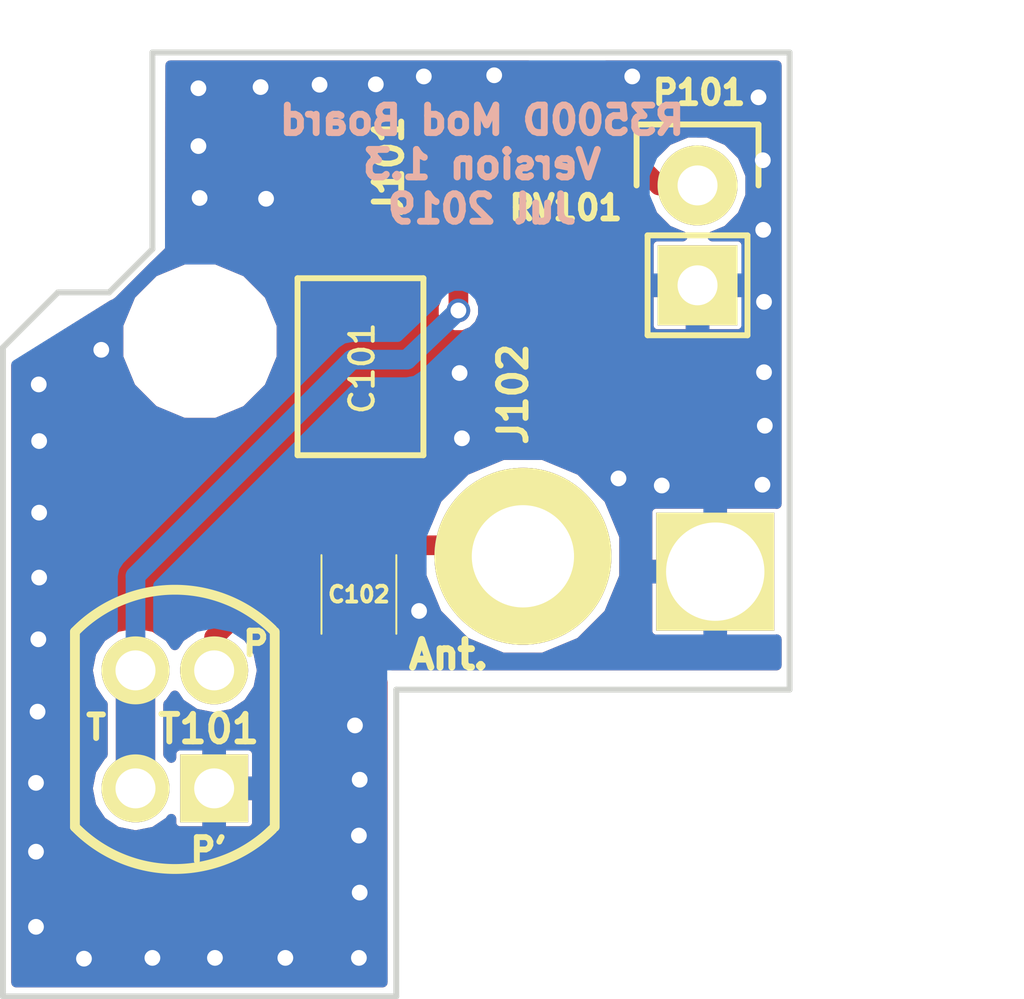
<source format=kicad_pcb>
(kicad_pcb (version 4) (host pcbnew 4.0.6)

  (general
    (links 16)
    (no_connects 0)
    (area 106.924999 93.924999 127.075001 118.075001)
    (thickness 1.6)
    (drawings 13)
    (tracks 159)
    (zones 0)
    (modules 9)
    (nets 6)
  )

  (page A4)
  (layers
    (0 F.Cu signal)
    (31 B.Cu signal)
    (32 B.Adhes user)
    (33 F.Adhes user)
    (34 B.Paste user)
    (35 F.Paste user)
    (36 B.SilkS user)
    (37 F.SilkS user)
    (38 B.Mask user)
    (39 F.Mask user)
    (40 Dwgs.User user)
    (41 Cmts.User user)
    (42 Eco1.User user)
    (43 Eco2.User user)
    (44 Edge.Cuts user)
    (45 Margin user)
    (46 B.CrtYd user)
    (47 F.CrtYd user)
    (48 B.Fab user)
    (49 F.Fab user)
  )

  (setup
    (last_trace_width 0.25)
    (user_trace_width 0.35)
    (user_trace_width 0.5)
    (user_trace_width 0.75)
    (user_trace_width 1)
    (trace_clearance 0.2)
    (zone_clearance 0.127)
    (zone_45_only yes)
    (trace_min 0.2)
    (segment_width 0.2)
    (edge_width 0.15)
    (via_size 0.6)
    (via_drill 0.4)
    (via_min_size 0.4)
    (via_min_drill 0.3)
    (user_via 0.7 0.5)
    (user_via 0.9 0.7)
    (user_via 1 0.8)
    (user_via 1.25 0.9)
    (uvia_size 0.3)
    (uvia_drill 0.1)
    (uvias_allowed no)
    (uvia_min_size 0.2)
    (uvia_min_drill 0.1)
    (pcb_text_width 0.3)
    (pcb_text_size 1.5 1.5)
    (mod_edge_width 0.15)
    (mod_text_size 1 1)
    (mod_text_width 0.15)
    (pad_size 2.8 2.8)
    (pad_drill 2.5)
    (pad_to_mask_clearance 0.2)
    (aux_axis_origin 107 118)
    (visible_elements FFFEFF7F)
    (pcbplotparams
      (layerselection 0x00030_80000001)
      (usegerberextensions false)
      (excludeedgelayer true)
      (linewidth 0.100000)
      (plotframeref false)
      (viasonmask false)
      (mode 1)
      (useauxorigin false)
      (hpglpennumber 1)
      (hpglpenspeed 20)
      (hpglpendiameter 15)
      (hpglpenoverlay 2)
      (psnegative false)
      (psa4output false)
      (plotreference true)
      (plotvalue true)
      (plotinvisibletext false)
      (padsonsilk false)
      (subtractmaskfromsilk false)
      (outputformat 1)
      (mirror false)
      (drillshape 1)
      (scaleselection 1)
      (outputdirectory ""))
  )

  (net 0 "")
  (net 1 "Net-(ANT101-Pad1)")
  (net 2 GND)
  (net 3 "Net-(J101-Pad1)")
  (net 4 "Net-(J101-Pad2)")
  (net 5 "Net-(J102-Pad2)")

  (net_class Default "This is the default net class."
    (clearance 0.2)
    (trace_width 0.25)
    (via_dia 0.6)
    (via_drill 0.4)
    (uvia_dia 0.3)
    (uvia_drill 0.1)
    (add_net GND)
    (add_net "Net-(ANT101-Pad1)")
    (add_net "Net-(J101-Pad1)")
    (add_net "Net-(J101-Pad2)")
    (add_net "Net-(J102-Pad2)")
  )

  (net_class "0.350 mm" ""
    (clearance 0.2)
    (trace_width 0.35)
    (via_dia 0.7)
    (via_drill 0.5)
    (uvia_dia 0.3)
    (uvia_drill 0.1)
  )

  (net_class "0.500 mm" ""
    (clearance 0.2)
    (trace_width 0.5)
    (via_dia 0.9)
    (via_drill 0.7)
    (uvia_dia 0.3)
    (uvia_drill 0.1)
  )

  (net_class "0.750 mm" ""
    (clearance 0.2)
    (trace_width 0.75)
    (via_dia 1)
    (via_drill 0.8)
    (uvia_dia 0.3)
    (uvia_drill 0.1)
  )

  (net_class "1.0 mm" ""
    (clearance 0.2)
    (trace_width 1)
    (via_dia 1.25)
    (via_drill 0.9)
    (uvia_dia 0.3)
    (uvia_drill 0.1)
  )

  (module Wire_Connections_Bridges:WireConnection_2.50mmDrill locked (layer F.Cu) (tedit 5D1FF36C) (tstamp 5D039272)
    (at 120.06 106.81)
    (descr "WireConnection with 2.5mm drill")
    (path /5CEC4AA9)
    (fp_text reference ANT101 (at 4.8514 0.2032) (layer F.SilkS) hide
      (effects (font (size 1 1) (thickness 0.15)))
    )
    (fp_text value Whip (at 5.08 3.81) (layer F.Fab)
      (effects (font (size 1 1) (thickness 0.15)))
    )
    (pad 1 thru_hole circle (at 0.16 0) (size 4.5 4.5) (drill 2.6) (layers *.Cu *.Mask F.SilkS)
      (net 1 "Net-(ANT101-Pad1)"))
    (pad 2 thru_hole rect (at 5.05 0.39) (size 3 3) (drill 2.5) (layers *.Cu *.Mask F.SilkS)
      (net 2 GND))
  )

  (module Mounting_Holes:MountingHole_3-7mm locked (layer F.Cu) (tedit 5CFD9996) (tstamp 5CEFF138)
    (at 112.01 101.34)
    (descr "Mounting hole, Befestigungsbohrung, 3,7mm, No Annular, Kein Restring,")
    (tags "Mounting hole, Befestigungsbohrung, 3,7mm, No Annular, Kein Restring,")
    (fp_text reference REF** (at 0.05 -0.05) (layer F.SilkS) hide
      (effects (font (size 1 1) (thickness 0.15)))
    )
    (fp_text value MountingHole_3-7mm (at 1.27 5.08) (layer F.Fab) hide
      (effects (font (size 1 1) (thickness 0.15)))
    )
    (fp_circle (center 0 0) (end 1.75 0) (layer Cmts.User) (width 0.381))
    (pad "" np_thru_hole circle (at 0 0) (size 3.5 3.5) (drill 3.5) (layers *.Cu *.Mask))
  )

  (module Pin_Headers:Pin_Header_Straight_1x02 (layer F.Cu) (tedit 5D0ED4FC) (tstamp 5CED761A)
    (at 124.66 97.38)
    (descr "Through hole pin header")
    (tags "pin header")
    (path /5CEB258F)
    (fp_text reference P101 (at 0.04 -2.36 180) (layer F.SilkS)
      (effects (font (size 0.6 0.6) (thickness 0.15)))
    )
    (fp_text value "To Sense Switch (S1)" (at 0 -3.1) (layer F.Fab)
      (effects (font (size 1 1) (thickness 0.15)))
    )
    (fp_line (start 1.27 1.27) (end 1.27 3.81) (layer F.SilkS) (width 0.15))
    (fp_line (start 1.55 -1.55) (end 1.55 0) (layer F.SilkS) (width 0.15))
    (fp_line (start -1.75 -1.75) (end -1.75 4.3) (layer F.CrtYd) (width 0.05))
    (fp_line (start 1.75 -1.75) (end 1.75 4.3) (layer F.CrtYd) (width 0.05))
    (fp_line (start -1.75 -1.75) (end 1.75 -1.75) (layer F.CrtYd) (width 0.05))
    (fp_line (start -1.75 4.3) (end 1.75 4.3) (layer F.CrtYd) (width 0.05))
    (fp_line (start 1.27 1.27) (end -1.27 1.27) (layer F.SilkS) (width 0.15))
    (fp_line (start -1.55 0) (end -1.55 -1.55) (layer F.SilkS) (width 0.15))
    (fp_line (start -1.55 -1.55) (end 1.55 -1.55) (layer F.SilkS) (width 0.15))
    (fp_line (start -1.27 1.27) (end -1.27 3.81) (layer F.SilkS) (width 0.15))
    (fp_line (start -1.27 3.81) (end 1.27 3.81) (layer F.SilkS) (width 0.15))
    (pad 1 thru_hole circle (at 0 0) (size 2.032 2.032) (drill 1.016) (layers *.Cu *.Mask F.SilkS)
      (net 3 "Net-(J101-Pad1)"))
    (pad 2 thru_hole rect (at 0 2.54) (size 2.032 2.032) (drill 1.016) (layers *.Cu *.Mask F.SilkS)
      (net 2 GND))
    (model Pin_Headers.3dshapes/Pin_Header_Straight_1x02.wrl
      (at (xyz 0 -0.05 0))
      (scale (xyz 1 1 1))
      (rotate (xyz 0 0 90))
    )
  )

  (module Capacitors_SMD:C_0805_HandSoldering (layer F.Cu) (tedit 5D0EB8A9) (tstamp 5CED75FB)
    (at 116.05 107.78 270)
    (descr "Capacitor SMD 0805, hand soldering")
    (tags "capacitor 0805")
    (path /5CEB245B)
    (attr smd)
    (fp_text reference C102 (at 0 0 360) (layer F.SilkS)
      (effects (font (size 0.4 0.4) (thickness 0.1)))
    )
    (fp_text value 10pF (at 0 2.1 270) (layer F.Fab)
      (effects (font (size 1 1) (thickness 0.15)))
    )
    (fp_line (start -2.3 -1) (end 2.3 -1) (layer F.CrtYd) (width 0.05))
    (fp_line (start -2.3 1) (end 2.3 1) (layer F.CrtYd) (width 0.05))
    (fp_line (start -2.3 -1) (end -2.3 1) (layer F.CrtYd) (width 0.05))
    (fp_line (start 2.3 -1) (end 2.3 1) (layer F.CrtYd) (width 0.05))
    (fp_line (start 1 -0.9516) (end -1 -0.9516) (layer F.SilkS) (width 0.05))
    (fp_line (start -1 0.9516) (end 1 0.9516) (layer F.SilkS) (width 0.05))
    (pad 1 smd rect (at -1.25 0 270) (size 1.5 1.25) (layers F.Cu F.Paste F.Mask)
      (net 1 "Net-(ANT101-Pad1)"))
    (pad 2 smd rect (at 1.25 0 270) (size 1.5 1.25) (layers F.Cu F.Paste F.Mask)
      (net 2 GND))
    (model Capacitors_SMD.3dshapes/C_0805_HandSoldering.wrl
      (at (xyz 0 0 0))
      (scale (xyz 1 1 1))
      (rotate (xyz 0 0 0))
    )
  )

  (module Capacitors_SMD:KNOWLES-JZ500_Handsolder (layer F.Cu) (tedit 5D0EB88F) (tstamp 5CED7609)
    (at 116.09 101.99 90)
    (path /5CEB24A3)
    (fp_text reference C101 (at -0.04 0.04 90) (layer F.SilkS)
      (effects (font (size 0.6 0.6) (thickness 0.1)))
    )
    (fp_text value 5.5-30pF (at 0 2.54 90) (layer F.SilkS) hide
      (effects (font (size 0.6 0.6) (thickness 0.1)))
    )
    (fp_line (start -2.25 -1.6) (end -2.25 1.6) (layer F.SilkS) (width 0.15))
    (fp_line (start 2.25 -1.6) (end 2.25 1.6) (layer F.SilkS) (width 0.15))
    (fp_line (start 2.25 -1.6) (end -2.25 -1.6) (layer F.SilkS) (width 0.15))
    (fp_line (start -2.25 1.6) (end 2.25 1.6) (layer F.SilkS) (width 0.15))
    (fp_line (start -3.5 -1.85) (end 3.5 -1.85) (layer F.CrtYd) (width 0.1))
    (fp_line (start 3.5 -1.85) (end 3.5 1.85) (layer F.CrtYd) (width 0.1))
    (fp_line (start 3.5 1.85) (end -3.5 1.85) (layer F.CrtYd) (width 0.1))
    (fp_line (start -3.5 1.85) (end -3.5 -1.85) (layer F.CrtYd) (width 0.1))
    (pad 1 smd rect (at -2.4 0 90) (size 1.9 1.5) (layers F.Cu F.Paste F.Mask)
      (net 1 "Net-(ANT101-Pad1)"))
    (pad 2 smd rect (at 2.4 0 90) (size 1.9 1.5) (layers F.Cu F.Paste F.Mask)
      (net 2 GND))
  )

  (module Potentiometers:Bourn_TC33_Handsolder (layer F.Cu) (tedit 5CEC1E87) (tstamp 5CED7638)
    (at 121.35 97.8)
    (path /5CEB4FB7)
    (fp_text reference RV101 (at -0.04 0.15) (layer F.SilkS)
      (effects (font (size 0.6 0.6) (thickness 0.15)))
    )
    (fp_text value 20k (at 0 2.794) (layer F.Fab)
      (effects (font (size 1 1) (thickness 0.15)))
    )
    (pad 2 smd rect (at 0 -1.95) (size 1.6 2.5) (layers F.Cu F.Paste F.Mask)
      (net 3 "Net-(J101-Pad1)"))
    (pad 1 smd rect (at -1 2.3) (size 1.2 2.2) (layers F.Cu F.Paste F.Mask)
      (net 5 "Net-(J102-Pad2)"))
    (pad 3 smd rect (at 1 2.3) (size 1.2 2.2) (layers F.Cu F.Paste F.Mask)
      (net 4 "Net-(J101-Pad2)"))
  )

  (module Oddities:BN-2402_Core_1tapped_winding (layer F.Cu) (tedit 5CEC1EEC) (tstamp 5CEE4F2F)
    (at 111.37 111.21 180)
    (descr "Through hole toroid")
    (tags toroid)
    (path /5CEB23BD)
    (fp_text reference T101 (at -0.86 0.01 180) (layer F.SilkS)
      (effects (font (size 0.7 0.7) (thickness 0.15)))
    )
    (fp_text value 48uH (at 0.3175 7.3914 180) (layer F.Fab)
      (effects (font (size 1 1) (thickness 0.15)))
    )
    (fp_line (start 2.54 2.48) (end 2.54 -2.48) (layer F.SilkS) (width 0.25))
    (fp_line (start -2.54 2.48) (end -2.54 -2.48) (layer F.SilkS) (width 0.25))
    (fp_arc (start 0 0) (end 2.54 2.48) (angle 90) (layer F.SilkS) (width 0.25))
    (fp_arc (start 0 0) (end -2.48 -2.54) (angle 90) (layer F.SilkS) (width 0.25))
    (fp_text user T (at 2 0.05 180) (layer F.SilkS)
      (effects (font (size 0.6 0.6) (thickness 0.15)))
    )
    (fp_text user P (at -2.06 2.18 180) (layer F.SilkS)
      (effects (font (size 0.6 0.6) (thickness 0.15)))
    )
    (fp_text user P' (at -0.86 -3.07 180) (layer F.SilkS)
      (effects (font (size 0.6 0.6) (thickness 0.15)))
    )
    (pad 3 smd rect (at 1 0 180) (size 1 3) (layers B.Cu B.Paste B.Mask)
      (net 4 "Net-(J101-Pad2)"))
    (pad 1 thru_hole rect (at -1 -1.5 180) (size 1.7272 1.7272) (drill 1.016) (layers *.Cu *.Mask F.SilkS)
      (net 2 GND))
    (pad 2 thru_hole oval (at -1 1.5 180) (size 1.7272 1.7272) (drill 1.016) (layers *.Cu *.Mask F.SilkS)
      (net 1 "Net-(ANT101-Pad1)"))
    (pad 3 thru_hole oval (at 1 -1.5 180) (size 1.7272 1.7272) (drill 1.016) (layers *.Cu *.Mask F.SilkS)
      (net 4 "Net-(J101-Pad2)"))
    (pad 3 thru_hole oval (at 1 1.5 180) (size 1.7272 1.7272) (drill 1.016) (layers *.Cu *.Mask F.SilkS)
      (net 4 "Net-(J101-Pad2)"))
    (pad 3 smd rect (at 1 0 180) (size 1 3) (layers F.Cu F.Paste F.Mask)
      (net 4 "Net-(J101-Pad2)"))
    (model Pin_Headers.3dshapes/Pin_Header_Straight_2x03.wrl
      (at (xyz 0.05 -0.1 0))
      (scale (xyz 1 1 1))
      (rotate (xyz 0 0 90))
    )
  )

  (module Wire_Connections_Bridges:Solder-Jumper-NO-SMD-Pad_Small (layer F.Cu) (tedit 5D0ED4EB) (tstamp 5D0EEEE0)
    (at 118.59 96.87 270)
    (descr "Mesurement Point, Square, SMD Pad,  1.5mm x 1.5mm,")
    (tags "Mesurement Point, Square, SMD Pad, 1.5mm x 1.5mm,")
    (path /5CEB51E7)
    (fp_text reference J101 (at 0.02 1.78 270) (layer F.SilkS)
      (effects (font (size 0.7 0.7) (thickness 0.15)))
    )
    (fp_text value Jumper_NO_Small (at 2.54 3.81 270) (layer F.Fab)
      (effects (font (size 1 1) (thickness 0.15)))
    )
    (pad 1 smd trapezoid (at -0.916 0 90) (size 1.50114 1.50114) (rect_delta 0.5 0 ) (layers F.Cu F.Paste F.Mask)
      (net 3 "Net-(J101-Pad1)"))
    (pad 2 smd trapezoid (at 0.916 0 270) (size 1.524 1.524) (rect_delta 0.5 0 ) (layers F.Cu F.Paste F.Mask)
      (net 4 "Net-(J101-Pad2)"))
  )

  (module Wire_Connections_Bridges:Solder-Jumper-NC-SMD-Pad_Small (layer F.Cu) (tedit 5D0ED66C) (tstamp 5CED7620)
    (at 122.33 102.9 180)
    (descr "Mesurement Point, Square, SMD Pad,  1.5mm x 1.5mm,")
    (tags "Mesurement Point, Square, SMD Pad, 1.5mm x 1.5mm,")
    (path /5D0ED14B)
    (fp_text reference J102 (at 2.36 0.21 270) (layer F.SilkS)
      (effects (font (size 0.7 0.7) (thickness 0.15)))
    )
    (fp_text value Jumper_NC_Small (at 2.54 3.81 180) (layer F.Fab)
      (effects (font (size 1 1) (thickness 0.15)))
    )
    (fp_line (start -1.016 0) (end 1.0922 0) (layer F.Cu) (width 0.2))
    (pad 1 smd trapezoid (at -0.916 0) (size 1.50114 1.50114) (rect_delta 0.5 0 ) (layers F.Cu F.Paste F.Mask)
      (net 2 GND))
    (pad 2 smd trapezoid (at 0.916 0 180) (size 1.524 1.524) (rect_delta 0.5 0 ) (layers F.Cu F.Paste F.Mask)
      (net 5 "Net-(J102-Pad2)"))
  )

  (gr_line (start 107 101.5) (end 108.4 100.1) (angle 90) (layer Edge.Cuts) (width 0.15))
  (gr_text Ant. (at 118.33 109.31) (layer F.SilkS)
    (effects (font (size 0.7 0.7) (thickness 0.175)))
  )
  (gr_line (start 109.7 100.1) (end 110.8 99) (angle 90) (layer Edge.Cuts) (width 0.15))
  (gr_text "R3500D Mod Board\nVersion 1.3\nJul 2019" (at 119.18 96.85) (layer B.SilkS)
    (effects (font (size 0.7 0.7) (thickness 0.175)) (justify mirror))
  )
  (gr_line (start 109.7 100.1) (end 108.4 100.1) (angle 90) (layer Edge.Cuts) (width 0.15))
  (gr_line (start 110.8 94) (end 110.8 99) (angle 90) (layer Edge.Cuts) (width 0.15))
  (gr_line (start 117 110.2) (end 127 110.2) (angle 90) (layer Edge.Cuts) (width 0.15))
  (gr_line (start 116.93 118) (end 116.97 118) (angle 90) (layer Edge.Cuts) (width 0.15))
  (gr_line (start 117 110.2) (end 117 118) (angle 90) (layer Edge.Cuts) (width 0.15))
  (gr_line (start 127 94) (end 110.8 94) (angle 90) (layer Edge.Cuts) (width 0.15))
  (gr_line (start 127 110.2) (end 127 94) (angle 90) (layer Edge.Cuts) (width 0.15))
  (gr_line (start 107 118) (end 117 118) (angle 90) (layer Edge.Cuts) (width 0.15))
  (gr_line (start 107 101.5) (end 107 118) (angle 90) (layer Edge.Cuts) (width 0.15))

  (segment (start 116.05 106.53) (end 119.94 106.53) (width 0.5) (layer F.Cu) (net 1))
  (segment (start 119.94 106.53) (end 120.22 106.81) (width 0.5) (layer F.Cu) (net 1) (tstamp 5D0EF103))
  (segment (start 116.09 104.39) (end 116.09 106.49) (width 0.5) (layer F.Cu) (net 1))
  (segment (start 116.09 106.49) (end 116.05 106.53) (width 0.5) (layer F.Cu) (net 1) (tstamp 5D0EF100))
  (segment (start 112.37 109.71) (end 112.37 108.87) (width 0.5) (layer F.Cu) (net 1))
  (segment (start 112.37 108.87) (end 114.71 106.53) (width 0.5) (layer F.Cu) (net 1) (tstamp 5D0EF0FC))
  (segment (start 114.71 106.53) (end 116.05 106.53) (width 0.5) (layer F.Cu) (net 1) (tstamp 5D0EF0FD))
  (segment (start 120.22 106.81) (end 119.18 106.81) (width 0.5) (layer F.Cu) (net 1))
  (segment (start 123.75 105.01) (end 122.83 105.01) (width 0.5) (layer F.Cu) (net 2))
  (segment (start 126.2 95.14) (end 126.21 95.14) (width 0.35) (layer F.Cu) (net 2) (tstamp 5CED8D02))
  (segment (start 126.38 102.16) (end 126.35 102.13) (width 0.5) (layer F.Cu) (net 2) (tstamp 5D039A7B))
  (via (at 126.35 102.13) (size 0.6) (drill 0.4) (layers F.Cu B.Cu) (net 2))
  (segment (start 126.35 102.13) (end 126.35 100.34) (width 0.5) (layer B.Cu) (net 2) (tstamp 5D039A7D))
  (via (at 126.35 100.34) (size 0.6) (drill 0.4) (layers F.Cu B.Cu) (net 2))
  (segment (start 126.35 100.34) (end 126.33 98.51) (width 0.5) (layer F.Cu) (net 2) (tstamp 5D039A80))
  (via (at 126.33 98.51) (size 0.6) (drill 0.4) (layers F.Cu B.Cu) (net 2))
  (segment (start 126.33 98.51) (end 126.31 98.49) (width 0.5) (layer B.Cu) (net 2) (tstamp 5D039A83))
  (segment (start 126.31 98.49) (end 126.32 96.74) (width 0.5) (layer B.Cu) (net 2) (tstamp 5D039A84))
  (via (at 126.32 96.74) (size 0.6) (drill 0.4) (layers F.Cu B.Cu) (net 2))
  (segment (start 126.32 96.74) (end 126.46 96.6) (width 0.5) (layer F.Cu) (net 2) (tstamp 5D039A86))
  (segment (start 126.46 96.6) (end 126.21 95.14) (width 0.5) (layer F.Cu) (net 2) (tstamp 5D039A87))
  (via (at 126.37 103.49) (size 0.6) (drill 0.4) (layers F.Cu B.Cu) (net 2))
  (segment (start 126.34 104.96) (end 126.37 103.49) (width 0.5) (layer B.Cu) (net 2) (tstamp 5D039A75))
  (segment (start 126.31 104.99) (end 126.34 104.96) (width 0.5) (layer B.Cu) (net 2) (tstamp 5D039A74))
  (via (at 126.31 104.99) (size 0.6) (drill 0.4) (layers F.Cu B.Cu) (net 2))
  (segment (start 123.8 104.96) (end 126.31 104.99) (width 0.5) (layer F.Cu) (net 2) (tstamp 5D039A72))
  (segment (start 123.75 105.01) (end 123.8 104.96) (width 0.5) (layer F.Cu) (net 2) (tstamp 5D039A71))
  (via (at 123.75 105.01) (size 0.6) (drill 0.4) (layers F.Cu B.Cu) (net 2))
  (segment (start 126.37 103.49) (end 126.38 102.16) (width 0.5) (layer F.Cu) (net 2))
  (via (at 126.21 95.14) (size 0.6) (drill 0.4) (layers F.Cu B.Cu) (net 2))
  (via (at 122.65 104.83) (size 0.6) (drill 0.4) (layers F.Cu B.Cu) (net 2))
  (segment (start 122.83 105.01) (end 122.65 104.83) (width 0.5) (layer F.Cu) (net 2) (tstamp 5D1FF0D7))
  (via (at 111.97 96.38) (size 0.6) (drill 0.4) (layers F.Cu B.Cu) (net 2))
  (segment (start 123 94.61) (end 123.01 94.62) (width 0.35) (layer F.Cu) (net 2) (tstamp 5CED8CF9))
  (via (at 123 94.61) (size 0.6) (drill 0.4) (layers F.Cu B.Cu) (net 2))
  (segment (start 119.56 94.51) (end 123 94.61) (width 0.35) (layer B.Cu) (net 2) (tstamp 5CED8CF4))
  (segment (start 119.49 94.58) (end 119.56 94.51) (width 0.35) (layer B.Cu) (net 2) (tstamp 5CED8CF3))
  (via (at 119.49 94.58) (size 0.6) (drill 0.4) (layers F.Cu B.Cu) (net 2))
  (segment (start 116.47 94.82) (end 115.05 94.82) (width 0.5) (layer F.Cu) (net 2) (tstamp 5D0EEF99))
  (segment (start 116.48 94.81) (end 116.47 94.82) (width 0.5) (layer F.Cu) (net 2) (tstamp 5D0EEF98))
  (via (at 116.48 94.81) (size 0.6) (drill 0.4) (layers F.Cu B.Cu) (net 2))
  (segment (start 117.7 94.61) (end 116.48 94.81) (width 0.5) (layer B.Cu) (net 2) (tstamp 5D0EEF95))
  (via (at 117.7 94.61) (size 0.6) (drill 0.4) (layers F.Cu B.Cu) (net 2))
  (segment (start 117.74 94.57) (end 117.7 94.61) (width 0.5) (layer F.Cu) (net 2) (tstamp 5D0EEF93))
  (segment (start 119.49 94.58) (end 117.74 94.57) (width 0.5) (layer F.Cu) (net 2))
  (segment (start 111.97 94.91) (end 111.97 96.38) (width 0.5) (layer B.Cu) (net 2) (tstamp 5D093164))
  (via (at 111.97 94.91) (size 0.6) (drill 0.4) (layers F.Cu B.Cu) (net 2))
  (segment (start 111.97 94.91) (end 112 94.88) (width 0.5) (layer F.Cu) (net 2) (tstamp 5D093169))
  (segment (start 112 94.88) (end 113.55 94.88) (width 0.5) (layer F.Cu) (net 2) (tstamp 5D09316A))
  (via (at 113.55 94.88) (size 0.6) (drill 0.4) (layers F.Cu B.Cu) (net 2))
  (segment (start 113.55 94.88) (end 113.61 94.82) (width 0.5) (layer B.Cu) (net 2) (tstamp 5D09316F))
  (segment (start 113.61 94.82) (end 115.05 94.82) (width 0.5) (layer B.Cu) (net 2) (tstamp 5D093170))
  (via (at 115.05 94.82) (size 0.6) (drill 0.4) (layers F.Cu B.Cu) (net 2))
  (via (at 113.69 97.72) (size 0.6) (drill 0.4) (layers F.Cu B.Cu) (net 2))
  (segment (start 111.97 97.67) (end 111.97 96.38) (width 0.5) (layer F.Cu) (net 2) (tstamp 5D09315C))
  (segment (start 113.69 97.72) (end 113.65 97.68) (width 0.5) (layer B.Cu) (net 2) (tstamp 5D093157))
  (segment (start 113.65 97.68) (end 112 97.7) (width 0.5) (layer B.Cu) (net 2) (tstamp 5D093158))
  (via (at 112 97.7) (size 0.6) (drill 0.4) (layers F.Cu B.Cu) (net 2))
  (segment (start 112 97.7) (end 111.97 97.67) (width 0.5) (layer F.Cu) (net 2) (tstamp 5D09315B))
  (segment (start 111.97 96.38) (end 111.97 96.36) (width 0.5) (layer F.Cu) (net 2) (tstamp 5D093161))
  (segment (start 125.11 107.2) (end 125.11 105.39) (width 0.5) (layer F.Cu) (net 2))
  (segment (start 125.51 104.99) (end 126.31 104.99) (width 0.5) (layer F.Cu) (net 2) (tstamp 5D1FF7D1))
  (segment (start 125.11 105.39) (end 125.51 104.99) (width 0.5) (layer F.Cu) (net 2) (tstamp 5D1FF7D0))
  (segment (start 116.09 99.59) (end 116.09 95.86) (width 0.5) (layer F.Cu) (net 2))
  (segment (start 116.09 95.86) (end 115.05 94.82) (width 0.5) (layer F.Cu) (net 2) (tstamp 5D1FF7CD))
  (segment (start 116.09 99.59) (end 116.09 99.63) (width 0.5) (layer F.Cu) (net 2))
  (segment (start 116.09 99.63) (end 118.61 102.15) (width 0.5) (layer F.Cu) (net 2) (tstamp 5D1FF32B))
  (segment (start 118.67 103.81) (end 118.67 103.75) (width 0.5) (layer F.Cu) (net 2) (tstamp 5D1FF339))
  (via (at 118.67 103.81) (size 0.6) (drill 0.4) (layers F.Cu B.Cu) (net 2))
  (segment (start 118.67 102.21) (end 118.67 103.81) (width 0.5) (layer B.Cu) (net 2) (tstamp 5D1FF335))
  (segment (start 118.61 102.15) (end 118.67 102.21) (width 0.5) (layer B.Cu) (net 2) (tstamp 5D1FF334))
  (via (at 118.61 102.15) (size 0.6) (drill 0.4) (layers F.Cu B.Cu) (net 2))
  (segment (start 116.09 99.59) (end 116.09 101.11) (width 0.5) (layer F.Cu) (net 2))
  (segment (start 111.5 105.7) (end 107.92 105.7) (width 0.5) (layer F.Cu) (net 2) (tstamp 5D1FF1EA))
  (segment (start 116.09 101.11) (end 111.5 105.7) (width 0.5) (layer F.Cu) (net 2) (tstamp 5D1FF1E6))
  (segment (start 115.95 109.13) (end 115.95 111.11) (width 0.5) (layer F.Cu) (net 2))
  (via (at 115.95 111.11) (size 0.6) (drill 0.4) (layers F.Cu B.Cu) (net 2))
  (segment (start 115.95 111.11) (end 116.07 111.23) (width 0.5) (layer F.Cu) (net 2) (tstamp 5D0EEF21))
  (segment (start 116.07 111.23) (end 116.07 112.49) (width 0.5) (layer F.Cu) (net 2) (tstamp 5D0EEF22))
  (via (at 116.07 112.49) (size 0.6) (drill 0.4) (layers F.Cu B.Cu) (net 2))
  (segment (start 116.07 112.49) (end 116.05 112.51) (width 0.5) (layer B.Cu) (net 2) (tstamp 5D0EEF24))
  (segment (start 116.05 112.51) (end 116.05 113.91) (width 0.5) (layer B.Cu) (net 2) (tstamp 5D0EEF25))
  (via (at 116.05 113.91) (size 0.6) (drill 0.4) (layers F.Cu B.Cu) (net 2))
  (segment (start 116.05 113.91) (end 116.07 113.93) (width 0.5) (layer F.Cu) (net 2) (tstamp 5D0EEF27))
  (segment (start 116.07 113.93) (end 116.07 115.36) (width 0.5) (layer F.Cu) (net 2) (tstamp 5D0EEF28))
  (via (at 116.07 115.36) (size 0.6) (drill 0.4) (layers F.Cu B.Cu) (net 2))
  (segment (start 115.95 109.13) (end 116.05 109.03) (width 0.5) (layer F.Cu) (net 2) (tstamp 5D1FF09D))
  (segment (start 107.92 103.88) (end 107.89 102.46) (width 0.5) (layer F.Cu) (net 2))
  (segment (start 107.89 102.46) (end 107.91 102.44) (width 0.5) (layer F.Cu) (net 2) (tstamp 5D0EF0BF))
  (via (at 107.91 102.44) (size 0.6) (drill 0.4) (layers F.Cu B.Cu) (net 2))
  (segment (start 107.91 102.44) (end 108.81 101.9) (width 0.5) (layer B.Cu) (net 2) (tstamp 5D0EF0C1))
  (segment (start 108.81 101.9) (end 109.5 101.56) (width 0.5) (layer B.Cu) (net 2) (tstamp 5D0EF0C2))
  (segment (start 107.92 107.35) (end 107.92 105.7) (width 0.5) (layer F.Cu) (net 2))
  (segment (start 116.07 117) (end 116.05 117.02) (width 0.5) (layer B.Cu) (net 2) (tstamp 5D0EEF2E))
  (via (at 116.05 117.02) (size 0.6) (drill 0.4) (layers F.Cu B.Cu) (net 2))
  (segment (start 116.05 117.02) (end 114.18 117.02) (width 0.5) (layer F.Cu) (net 2) (tstamp 5D0EEF30))
  (via (at 114.18 117.02) (size 0.6) (drill 0.4) (layers F.Cu B.Cu) (net 2))
  (segment (start 114.18 117.02) (end 112.39 117.02) (width 0.5) (layer B.Cu) (net 2) (tstamp 5D0EEF33))
  (via (at 112.39 117.02) (size 0.6) (drill 0.4) (layers F.Cu B.Cu) (net 2))
  (segment (start 112.39 117.02) (end 110.8 117.02) (width 0.5) (layer F.Cu) (net 2) (tstamp 5D0EEF36))
  (via (at 110.8 117.02) (size 0.6) (drill 0.4) (layers F.Cu B.Cu) (net 2))
  (segment (start 110.8 117.02) (end 110.78 117.04) (width 0.5) (layer B.Cu) (net 2) (tstamp 5D0EEF39))
  (segment (start 110.78 117.04) (end 109.06 117.04) (width 0.5) (layer B.Cu) (net 2) (tstamp 5D0EEF3A))
  (via (at 109.06 117.04) (size 0.6) (drill 0.4) (layers F.Cu B.Cu) (net 2))
  (segment (start 109.06 117.04) (end 108.25 116.23) (width 0.5) (layer F.Cu) (net 2) (tstamp 5D0EEF3C))
  (segment (start 108.25 116.23) (end 107.84 116.23) (width 0.5) (layer F.Cu) (net 2) (tstamp 5D0EEF3D))
  (via (at 107.84 116.23) (size 0.6) (drill 0.4) (layers F.Cu B.Cu) (net 2))
  (segment (start 107.84 116.23) (end 107.84 114.32) (width 0.5) (layer B.Cu) (net 2) (tstamp 5D0EEF3F))
  (via (at 107.84 114.32) (size 0.6) (drill 0.4) (layers F.Cu B.Cu) (net 2))
  (segment (start 107.84 114.32) (end 107.84 112.57) (width 0.5) (layer F.Cu) (net 2) (tstamp 5D0EEF42))
  (via (at 107.84 112.57) (size 0.6) (drill 0.4) (layers F.Cu B.Cu) (net 2))
  (segment (start 107.84 112.57) (end 107.88 112.53) (width 0.5) (layer B.Cu) (net 2) (tstamp 5D0EEF45))
  (segment (start 107.88 112.53) (end 107.88 110.76) (width 0.5) (layer B.Cu) (net 2) (tstamp 5D0EEF46))
  (via (at 107.88 110.76) (size 0.6) (drill 0.4) (layers F.Cu B.Cu) (net 2))
  (segment (start 107.88 110.76) (end 107.9 110.74) (width 0.5) (layer F.Cu) (net 2) (tstamp 5D0EEF48))
  (segment (start 107.9 110.74) (end 107.9 108.92) (width 0.5) (layer F.Cu) (net 2) (tstamp 5D0EEF49))
  (via (at 107.9 108.92) (size 0.6) (drill 0.4) (layers F.Cu B.Cu) (net 2))
  (segment (start 107.9 108.92) (end 107.92 108.9) (width 0.5) (layer B.Cu) (net 2) (tstamp 5D0EEF4B))
  (segment (start 107.92 108.9) (end 107.92 107.35) (width 0.5) (layer B.Cu) (net 2) (tstamp 5D0EEF4C))
  (via (at 107.92 107.35) (size 0.6) (drill 0.4) (layers F.Cu B.Cu) (net 2))
  (segment (start 116.07 115.36) (end 116.07 117) (width 0.5) (layer B.Cu) (net 2))
  (via (at 107.92 103.88) (size 0.6) (drill 0.4) (layers F.Cu B.Cu) (net 2))
  (segment (start 107.92 105.7) (end 107.92 103.88) (width 0.5) (layer B.Cu) (net 2) (tstamp 5D0EF0B7))
  (via (at 107.92 105.7) (size 0.6) (drill 0.4) (layers F.Cu B.Cu) (net 2))
  (via (at 109.5 101.56) (size 0.6) (drill 0.4) (layers F.Cu B.Cu) (net 2))
  (segment (start 116.07 115.36) (end 116.05 115.38) (width 0.5) (layer B.Cu) (net 2) (tstamp 5D0EEF2A))
  (segment (start 116.05 109.03) (end 117.53 109.03) (width 0.5) (layer F.Cu) (net 2))
  (via (at 117.58 108.2) (size 0.6) (drill 0.4) (layers F.Cu B.Cu) (net 2))
  (segment (start 117.53 109.03) (end 117.58 108.2) (width 0.5) (layer F.Cu) (net 2) (tstamp 5D1FF0AB))
  (segment (start 123.246 102.9) (end 123.246 101.794) (width 0.25) (layer F.Cu) (net 2))
  (segment (start 124.66 101.46) (end 124.66 99.92) (width 0.25) (layer F.Cu) (net 2) (tstamp 5D0F721D))
  (segment (start 124.56 101.56) (end 124.66 101.46) (width 0.25) (layer F.Cu) (net 2) (tstamp 5D0F721A))
  (segment (start 123.48 101.56) (end 124.56 101.56) (width 0.25) (layer F.Cu) (net 2) (tstamp 5D0F7219))
  (segment (start 123.246 101.794) (end 123.48 101.56) (width 0.25) (layer F.Cu) (net 2) (tstamp 5D0F7217))
  (segment (start 121.35 95.85) (end 120.57 95.85) (width 0.5) (layer F.Cu) (net 3) (status 30))
  (segment (start 120.57 95.85) (end 120.014 95.954) (width 0.5) (layer F.Cu) (net 3) (tstamp 5D0EF507) (status 10))
  (segment (start 120.014 95.954) (end 118.59 95.954) (width 0.5) (layer F.Cu) (net 3) (tstamp 5D0EF508))
  (segment (start 124.66 97.38) (end 123.68 97.38) (width 0.5) (layer F.Cu) (net 3))
  (segment (start 123.68 97.38) (end 122.74 96.44) (width 0.5) (layer F.Cu) (net 3) (tstamp 5D09317E))
  (segment (start 122.74 96.44) (end 121.35 95.85) (width 0.5) (layer F.Cu) (net 3) (tstamp 5D093180) (status 20))
  (segment (start 120.73 95.85) (end 121.35 95.85) (width 0.5) (layer F.Cu) (net 3) (tstamp 5CEFFF97) (status 30))
  (segment (start 118.580187 99.350192) (end 118.580187 100.559813) (width 0.5) (layer F.Cu) (net 4))
  (via (at 118.58 100.56) (size 0.6) (drill 0.4) (layers F.Cu B.Cu) (net 4))
  (segment (start 117.27 101.81) (end 118.58 100.56) (width 0.5) (layer B.Cu) (net 4) (tstamp 5D0EF517))
  (segment (start 115.87 101.81) (end 117.27 101.81) (width 0.5) (layer B.Cu) (net 4) (tstamp 5D0EF516))
  (segment (start 110.37 107.31) (end 115.87 101.81) (width 0.5) (layer B.Cu) (net 4) (tstamp 5D0EF514))
  (segment (start 110.37 107.31) (end 110.37 111.21) (width 0.5) (layer B.Cu) (net 4))
  (segment (start 118.580187 100.559813) (end 118.58 100.56) (width 0.5) (layer F.Cu) (net 4) (tstamp 5D0F72AA))
  (segment (start 118.58 99.38) (end 118.580187 99.350192) (width 0.5) (layer F.Cu) (net 4) (tstamp 5D0EF51B))
  (segment (start 118.580187 99.350192) (end 118.59 97.786) (width 0.5) (layer F.Cu) (net 4) (tstamp 5D0F72A8))
  (segment (start 122.35 100.1) (end 122.28 98.94) (width 0.5) (layer F.Cu) (net 4) (status 10))
  (segment (start 119.734 97.98) (end 118.59 97.786) (width 0.5) (layer F.Cu) (net 4) (tstamp 5D0EF50D))
  (segment (start 121.88 97.92) (end 119.734 97.98) (width 0.5) (layer F.Cu) (net 4) (tstamp 5D0EF50C))
  (segment (start 122.28 98.94) (end 121.88 97.92) (width 0.5) (layer F.Cu) (net 4) (tstamp 5D0EF50B))
  (segment (start 120.35 100.1) (end 120.38 101.74) (width 0.5) (layer F.Cu) (net 5) (status 20))
  (segment (start 120.38 101.74) (end 121.07 102.082545) (width 0.5) (layer F.Cu) (net 5) (tstamp 5D0F71B1) (status 20))
  (segment (start 121.07 102.082545) (end 121.34 102.826) (width 0.5) (layer F.Cu) (net 5) (tstamp 5D0F719D) (status 20))
  (segment (start 121.34 102.826) (end 121.414 102.9) (width 0.5) (layer F.Cu) (net 5) (tstamp 5D0EF510) (status 30))
  (segment (start 120.35 100.1) (end 120.35 99.22) (width 0.5) (layer F.Cu) (net 5) (status 30))

  (zone (net 2) (net_name GND) (layer F.Cu) (tstamp 5CEFFFB7) (hatch edge 0.508)
    (connect_pads (clearance 0.127))
    (min_thickness 0.254)
    (fill yes (arc_segments 16) (thermal_gap 0.1) (thermal_bridge_width 0.6))
    (polygon
      (pts
        (xy 107.21 101.88) (xy 107.21 117.77) (xy 116.78 117.77) (xy 116.78 109.71) (xy 126.84 109.71)
        (xy 126.84 94.15) (xy 111.13 94.15) (xy 111.12 98.98) (xy 109.78 100.27)
      )
    )
    (filled_polygon
      (pts
        (xy 120.317526 94.361012) (xy 120.242862 94.470286) (xy 120.216594 94.6) (xy 120.216594 95.329098) (xy 119.960502 95.377)
        (xy 119.499797 95.377) (xy 119.406891 95.09807) (xy 119.329558 94.970956) (xy 119.220284 94.896292) (xy 119.09057 94.870024)
        (xy 118.08943 94.870024) (xy 117.944392 94.903224) (xy 117.839022 94.983304) (xy 117.773109 95.09807) (xy 117.273109 96.59921)
        (xy 117.256151 96.695359) (xy 117.278825 96.825749) (xy 117.296165 96.852696) (xy 117.282609 96.869391) (xy 117.24573 96.996496)
        (xy 117.261208 97.127934) (xy 117.761208 98.651934) (xy 117.839012 98.780474) (xy 117.948286 98.855138) (xy 118.006207 98.866867)
        (xy 118.003198 99.346572) (xy 118.003011 99.37638) (xy 118.003187 99.377295) (xy 118.003187 100.314133) (xy 117.953109 100.434735)
        (xy 117.952891 100.684171) (xy 118.048145 100.914703) (xy 118.224369 101.091235) (xy 118.454735 101.186891) (xy 118.704171 101.187109)
        (xy 118.934703 101.091855) (xy 119.111235 100.915631) (xy 119.206891 100.685265) (xy 119.207109 100.435829) (xy 119.157187 100.315009)
        (xy 119.157187 99.352059) (xy 119.159395 99) (xy 119.416594 99) (xy 119.416594 101.2) (xy 119.439395 101.321179)
        (xy 119.511012 101.432474) (xy 119.620286 101.507138) (xy 119.75 101.533406) (xy 119.799125 101.533406) (xy 119.803097 101.750553)
        (xy 119.821863 101.836633) (xy 119.833132 101.924023) (xy 119.845681 101.945892) (xy 119.85105 101.97052) (xy 119.901331 102.042871)
        (xy 119.945183 102.119292) (xy 119.96514 102.13469) (xy 119.979529 102.155395) (xy 120.053675 102.202999) (xy 120.12343 102.256818)
        (xy 120.324904 102.356838) (xy 120.318594 102.388) (xy 120.318594 103.412) (xy 120.352451 103.558389) (xy 120.433004 103.663397)
        (xy 120.548066 103.728792) (xy 122.072066 104.228792) (xy 122.166789 104.245279) (xy 122.297179 104.222605) (xy 122.408474 104.150988)
        (xy 122.430964 104.118072) (xy 122.477376 104.131312) (xy 122.56857 104.120157) (xy 123.073 103.952141) (xy 123.073 103.254)
        (xy 123.346 103.254) (xy 123.419 103.239479) (xy 123.419 103.836896) (xy 124.06971 103.620157) (xy 124.157951 103.566473)
        (xy 124.209782 103.490616) (xy 124.228017 103.40057) (xy 124.228017 103.073) (xy 123.647976 103.073) (xy 123.673053 103.03547)
        (xy 123.7 102.9) (xy 123.673053 102.76453) (xy 123.647976 102.727) (xy 124.228017 102.727) (xy 124.228017 102.39943)
        (xy 124.20497 102.298746) (xy 124.149379 102.225599) (xy 124.06971 102.179843) (xy 123.419 101.963104) (xy 123.419 102.560521)
        (xy 123.346 102.546) (xy 123.073 102.546) (xy 123.073 101.847859) (xy 122.56857 101.679843) (xy 122.501824 101.668071)
        (xy 122.435273 101.679644) (xy 122.433351 101.676033) (xy 122.330609 101.592609) (xy 122.203504 101.55573) (xy 122.072066 101.571208)
        (xy 121.530924 101.748748) (xy 121.504817 101.703253) (xy 121.499296 101.698994) (xy 121.495684 101.693031) (xy 121.410371 101.630384)
        (xy 121.32657 101.565727) (xy 121.134047 101.47015) (xy 121.182474 101.438988) (xy 121.257138 101.329714) (xy 121.283406 101.2)
        (xy 121.283406 99) (xy 121.260605 98.878821) (xy 121.188988 98.767526) (xy 121.079714 98.692862) (xy 120.95 98.666594)
        (xy 120.468614 98.666594) (xy 120.35 98.643) (xy 120.231386 98.666594) (xy 119.75 98.666594) (xy 119.628821 98.689395)
        (xy 119.517526 98.761012) (xy 119.442862 98.870286) (xy 119.416594 99) (xy 119.159395 99) (xy 119.160224 98.86794)
        (xy 119.248389 98.847549) (xy 119.353397 98.766996) (xy 119.418792 98.651934) (xy 119.462349 98.519171) (xy 119.63753 98.548878)
        (xy 119.694215 98.547269) (xy 119.750126 98.556775) (xy 121.490848 98.508106) (xy 121.575418 98.723759) (xy 121.517526 98.761012)
        (xy 121.442862 98.870286) (xy 121.416594 99) (xy 121.416594 101.2) (xy 121.439395 101.321179) (xy 121.511012 101.432474)
        (xy 121.620286 101.507138) (xy 121.75 101.533406) (xy 122.95 101.533406) (xy 123.071179 101.510605) (xy 123.182474 101.438988)
        (xy 123.257138 101.329714) (xy 123.283406 101.2) (xy 123.283406 100.14975) (xy 123.417 100.14975) (xy 123.417 100.981153)
        (xy 123.451559 101.064585) (xy 123.515415 101.128441) (xy 123.598847 101.163) (xy 124.43025 101.163) (xy 124.487 101.10625)
        (xy 124.487 100.093) (xy 124.833 100.093) (xy 124.833 101.10625) (xy 124.88975 101.163) (xy 125.721153 101.163)
        (xy 125.804585 101.128441) (xy 125.868441 101.064585) (xy 125.903 100.981153) (xy 125.903 100.14975) (xy 125.84625 100.093)
        (xy 124.833 100.093) (xy 124.487 100.093) (xy 123.47375 100.093) (xy 123.417 100.14975) (xy 123.283406 100.14975)
        (xy 123.283406 99) (xy 123.260605 98.878821) (xy 123.188988 98.767526) (xy 123.079714 98.692862) (xy 122.95 98.666594)
        (xy 122.792564 98.666594) (xy 122.417172 97.709344) (xy 122.409755 97.697774) (xy 122.406699 97.68438) (xy 122.34925 97.603396)
        (xy 122.295667 97.519814) (xy 122.284391 97.511966) (xy 122.276439 97.500756) (xy 122.19237 97.447921) (xy 122.166937 97.430219)
        (xy 122.271179 97.410605) (xy 122.382474 97.338988) (xy 122.457138 97.229714) (xy 122.483406 97.1) (xy 122.483406 96.999408)
        (xy 123.271997 97.787998) (xy 123.271999 97.788001) (xy 123.366924 97.851427) (xy 123.414909 97.883489) (xy 123.520796 98.139755)
        (xy 123.898258 98.517876) (xy 124.281472 98.677) (xy 123.598847 98.677) (xy 123.515415 98.711559) (xy 123.451559 98.775415)
        (xy 123.417 98.858847) (xy 123.417 99.69025) (xy 123.47375 99.747) (xy 124.487 99.747) (xy 124.487 99.727)
        (xy 124.833 99.727) (xy 124.833 99.747) (xy 125.84625 99.747) (xy 125.903 99.69025) (xy 125.903 98.858847)
        (xy 125.868441 98.775415) (xy 125.804585 98.711559) (xy 125.721153 98.677) (xy 125.037859 98.677) (xy 125.419755 98.519204)
        (xy 125.797876 98.141742) (xy 126.002766 97.648311) (xy 126.003233 97.114033) (xy 125.799204 96.620245) (xy 125.421742 96.242124)
        (xy 124.928311 96.037234) (xy 124.394033 96.036767) (xy 123.900245 96.240796) (xy 123.628284 96.512283) (xy 123.148001 96.031999)
        (xy 123.056403 95.970796) (xy 122.965445 95.908866) (xy 122.483406 95.70426) (xy 122.483406 94.6) (xy 122.460605 94.478821)
        (xy 122.388988 94.367526) (xy 122.332604 94.329) (xy 126.671 94.329) (xy 126.671 105.479564) (xy 126.655153 105.473)
        (xy 125.33975 105.473) (xy 125.283 105.52975) (xy 125.283 107.027) (xy 125.303 107.027) (xy 125.303 107.373)
        (xy 125.283 107.373) (xy 125.283 108.87025) (xy 125.33975 108.927) (xy 126.655153 108.927) (xy 126.671 108.920436)
        (xy 126.671 109.583) (xy 116.902 109.583) (xy 116.902 109.25975) (xy 116.84525 109.203) (xy 116.223 109.203)
        (xy 116.223 109.95025) (xy 116.27975 110.007) (xy 116.653 110.007) (xy 116.653 117.643) (xy 107.337 117.643)
        (xy 107.337 109.71) (xy 109.156075 109.71) (xy 109.246704 110.165623) (xy 109.504794 110.551881) (xy 109.536594 110.573129)
        (xy 109.536594 111.846871) (xy 109.504794 111.868119) (xy 109.246704 112.254377) (xy 109.156075 112.71) (xy 109.246704 113.165623)
        (xy 109.504794 113.551881) (xy 109.891052 113.809971) (xy 110.346675 113.9006) (xy 110.393325 113.9006) (xy 110.848948 113.809971)
        (xy 111.235206 113.551881) (xy 111.2794 113.48574) (xy 111.2794 113.618753) (xy 111.313959 113.702185) (xy 111.377815 113.766041)
        (xy 111.461247 113.8006) (xy 112.14025 113.8006) (xy 112.197 113.74385) (xy 112.197 112.883) (xy 112.543 112.883)
        (xy 112.543 113.74385) (xy 112.59975 113.8006) (xy 113.278753 113.8006) (xy 113.362185 113.766041) (xy 113.426041 113.702185)
        (xy 113.4606 113.618753) (xy 113.4606 112.93975) (xy 113.40385 112.883) (xy 112.543 112.883) (xy 112.197 112.883)
        (xy 112.177 112.883) (xy 112.177 112.537) (xy 112.197 112.537) (xy 112.197 111.67615) (xy 112.543 111.67615)
        (xy 112.543 112.537) (xy 113.40385 112.537) (xy 113.4606 112.48025) (xy 113.4606 111.801247) (xy 113.426041 111.717815)
        (xy 113.362185 111.653959) (xy 113.278753 111.6194) (xy 112.59975 111.6194) (xy 112.543 111.67615) (xy 112.197 111.67615)
        (xy 112.14025 111.6194) (xy 111.461247 111.6194) (xy 111.377815 111.653959) (xy 111.313959 111.717815) (xy 111.2794 111.801247)
        (xy 111.2794 111.93426) (xy 111.235206 111.868119) (xy 111.203406 111.846871) (xy 111.203406 110.573129) (xy 111.235206 110.551881)
        (xy 111.37 110.350148) (xy 111.504794 110.551881) (xy 111.891052 110.809971) (xy 112.346675 110.9006) (xy 112.393325 110.9006)
        (xy 112.848948 110.809971) (xy 113.235206 110.551881) (xy 113.493296 110.165623) (xy 113.583925 109.71) (xy 113.494365 109.25975)
        (xy 115.198 109.25975) (xy 115.198 109.825153) (xy 115.232559 109.908585) (xy 115.296415 109.972441) (xy 115.379847 110.007)
        (xy 115.82025 110.007) (xy 115.877 109.95025) (xy 115.877 109.203) (xy 115.25475 109.203) (xy 115.198 109.25975)
        (xy 113.494365 109.25975) (xy 113.493296 109.254377) (xy 113.235206 108.868119) (xy 113.206838 108.849164) (xy 113.821154 108.234847)
        (xy 115.198 108.234847) (xy 115.198 108.80025) (xy 115.25475 108.857) (xy 115.877 108.857) (xy 115.877 108.10975)
        (xy 116.223 108.10975) (xy 116.223 108.857) (xy 116.84525 108.857) (xy 116.902 108.80025) (xy 116.902 108.234847)
        (xy 116.867441 108.151415) (xy 116.803585 108.087559) (xy 116.720153 108.053) (xy 116.27975 108.053) (xy 116.223 108.10975)
        (xy 115.877 108.10975) (xy 115.82025 108.053) (xy 115.379847 108.053) (xy 115.296415 108.087559) (xy 115.232559 108.151415)
        (xy 115.198 108.234847) (xy 113.821154 108.234847) (xy 114.949001 107.107) (xy 115.091594 107.107) (xy 115.091594 107.28)
        (xy 115.114395 107.401179) (xy 115.186012 107.512474) (xy 115.295286 107.587138) (xy 115.425 107.613406) (xy 116.675 107.613406)
        (xy 116.796179 107.590605) (xy 116.907474 107.518988) (xy 116.982138 107.409714) (xy 117.008406 107.28) (xy 117.008406 107.107)
        (xy 117.64274 107.107) (xy 117.642554 107.320348) (xy 118.034052 108.267846) (xy 118.758341 108.9934) (xy 119.705154 109.386551)
        (xy 120.730348 109.387446) (xy 121.677846 108.995948) (xy 122.4034 108.271659) (xy 122.752991 107.42975) (xy 123.383 107.42975)
        (xy 123.383 108.745153) (xy 123.417559 108.828585) (xy 123.481415 108.892441) (xy 123.564847 108.927) (xy 124.88025 108.927)
        (xy 124.937 108.87025) (xy 124.937 107.373) (xy 123.43975 107.373) (xy 123.383 107.42975) (xy 122.752991 107.42975)
        (xy 122.796551 107.324846) (xy 122.797446 106.299652) (xy 122.531019 105.654847) (xy 123.383 105.654847) (xy 123.383 106.97025)
        (xy 123.43975 107.027) (xy 124.937 107.027) (xy 124.937 105.52975) (xy 124.88025 105.473) (xy 123.564847 105.473)
        (xy 123.481415 105.507559) (xy 123.417559 105.571415) (xy 123.383 105.654847) (xy 122.531019 105.654847) (xy 122.405948 105.352154)
        (xy 121.681659 104.6266) (xy 120.734846 104.233449) (xy 119.709652 104.232554) (xy 118.762154 104.624052) (xy 118.0366 105.348341)
        (xy 117.785524 105.953) (xy 117.008406 105.953) (xy 117.008406 105.78) (xy 116.985605 105.658821) (xy 116.974714 105.641896)
        (xy 117.072474 105.578988) (xy 117.147138 105.469714) (xy 117.173406 105.34) (xy 117.173406 103.44) (xy 117.150605 103.318821)
        (xy 117.078988 103.207526) (xy 116.969714 103.132862) (xy 116.84 103.106594) (xy 115.34 103.106594) (xy 115.218821 103.129395)
        (xy 115.107526 103.201012) (xy 115.032862 103.310286) (xy 115.006594 103.44) (xy 115.006594 105.34) (xy 115.029395 105.461179)
        (xy 115.101012 105.572474) (xy 115.148744 105.605088) (xy 115.117862 105.650286) (xy 115.091594 105.78) (xy 115.091594 105.953)
        (xy 114.710005 105.953) (xy 114.71 105.952999) (xy 114.489192 105.996922) (xy 114.301999 106.121999) (xy 114.301997 106.122002)
        (xy 111.961999 108.461999) (xy 111.840536 108.643782) (xy 111.504794 108.868119) (xy 111.37 109.069852) (xy 111.235206 108.868119)
        (xy 110.848948 108.610029) (xy 110.393325 108.5194) (xy 110.346675 108.5194) (xy 109.891052 108.610029) (xy 109.504794 108.868119)
        (xy 109.246704 109.254377) (xy 109.156075 109.71) (xy 107.337 109.71) (xy 107.337 101.950302) (xy 107.654616 101.751328)
        (xy 109.93264 101.751328) (xy 110.248178 102.514989) (xy 110.831938 103.099768) (xy 111.595047 103.416639) (xy 112.421328 103.41736)
        (xy 113.184989 103.101822) (xy 113.769768 102.518062) (xy 114.086639 101.754953) (xy 114.08736 100.928672) (xy 113.771822 100.165011)
        (xy 113.427163 99.81975) (xy 115.113 99.81975) (xy 115.113 100.585153) (xy 115.147559 100.668585) (xy 115.211415 100.732441)
        (xy 115.294847 100.767) (xy 115.86025 100.767) (xy 115.917 100.71025) (xy 115.917 99.763) (xy 116.263 99.763)
        (xy 116.263 100.71025) (xy 116.31975 100.767) (xy 116.885153 100.767) (xy 116.968585 100.732441) (xy 117.032441 100.668585)
        (xy 117.067 100.585153) (xy 117.067 99.81975) (xy 117.01025 99.763) (xy 116.263 99.763) (xy 115.917 99.763)
        (xy 115.16975 99.763) (xy 115.113 99.81975) (xy 113.427163 99.81975) (xy 113.188062 99.580232) (xy 112.424953 99.263361)
        (xy 111.598672 99.26264) (xy 110.835011 99.578178) (xy 110.250232 100.161938) (xy 109.933361 100.925047) (xy 109.93264 101.751328)
        (xy 107.654616 101.751328) (xy 109.795849 100.409934) (xy 109.825903 100.403956) (xy 109.932638 100.332638) (xy 110.824946 99.44033)
        (xy 111.208079 99.071493) (xy 111.236736 99.030017) (xy 111.247 98.980263) (xy 111.247797 98.594847) (xy 115.113 98.594847)
        (xy 115.113 99.36025) (xy 115.16975 99.417) (xy 115.917 99.417) (xy 115.917 98.46975) (xy 116.263 98.46975)
        (xy 116.263 99.417) (xy 117.01025 99.417) (xy 117.067 99.36025) (xy 117.067 98.594847) (xy 117.032441 98.511415)
        (xy 116.968585 98.447559) (xy 116.885153 98.413) (xy 116.31975 98.413) (xy 116.263 98.46975) (xy 115.917 98.46975)
        (xy 115.86025 98.413) (xy 115.294847 98.413) (xy 115.211415 98.447559) (xy 115.147559 98.511415) (xy 115.113 98.594847)
        (xy 111.247797 98.594847) (xy 111.25663 94.329) (xy 120.367274 94.329)
      )
    )
  )
  (zone (net 0) (net_name "") (layer F.Mask) (tstamp 5D039A98) (hatch edge 0.508)
    (connect_pads (clearance 0.127))
    (min_thickness 0.254)
    (fill yes (arc_segments 16) (thermal_gap 0.508) (thermal_bridge_width 0.508))
    (polygon
      (pts
        (xy 124.24 104.52) (xy 124.24 102.03) (xy 125.84 102.01) (xy 125.9 107.89) (xy 124.3 107.91)
        (xy 124.24 104.58) (xy 124.22 104.58)
      )
    )
    (filled_polygon
      (pts
        (xy 125.771714 107.764594) (xy 124.424704 107.781431) (xy 124.366979 104.577712) (xy 124.361588 104.553353) (xy 124.367 104.52)
        (xy 124.367 102.155422) (xy 125.714306 102.138581)
      )
    )
  )
  (zone (net 2) (net_name GND) (layer B.Cu) (tstamp 5CEFFFB7) (hatch edge 0.508)
    (connect_pads (clearance 0.127))
    (min_thickness 0.254)
    (fill yes (arc_segments 16) (thermal_gap 0.1) (thermal_bridge_width 0.6))
    (polygon
      (pts
        (xy 107.21 117.77) (xy 116.78 117.77) (xy 116.77 109.71) (xy 126.83 109.71) (xy 126.84 94.15)
        (xy 111.13 94.15) (xy 111.12 98.98) (xy 109.78 100.27) (xy 107.21 101.87)
      )
    )
    (filled_polygon
      (pts
        (xy 126.671 105.479564) (xy 126.655153 105.473) (xy 125.33975 105.473) (xy 125.283 105.52975) (xy 125.283 107.027)
        (xy 125.303 107.027) (xy 125.303 107.373) (xy 125.283 107.373) (xy 125.283 108.87025) (xy 125.33975 108.927)
        (xy 126.655153 108.927) (xy 126.671 108.920436) (xy 126.671 109.583) (xy 116.77 109.583) (xy 116.72059 109.593006)
        (xy 116.678965 109.621447) (xy 116.651685 109.663841) (xy 116.643 109.710158) (xy 116.652842 117.643) (xy 107.337 117.643)
        (xy 107.337 109.71) (xy 109.156075 109.71) (xy 109.246704 110.165623) (xy 109.504794 110.551881) (xy 109.536594 110.573129)
        (xy 109.536594 111.846871) (xy 109.504794 111.868119) (xy 109.246704 112.254377) (xy 109.156075 112.71) (xy 109.246704 113.165623)
        (xy 109.504794 113.551881) (xy 109.891052 113.809971) (xy 110.346675 113.9006) (xy 110.393325 113.9006) (xy 110.848948 113.809971)
        (xy 111.235206 113.551881) (xy 111.2794 113.48574) (xy 111.2794 113.618753) (xy 111.313959 113.702185) (xy 111.377815 113.766041)
        (xy 111.461247 113.8006) (xy 112.14025 113.8006) (xy 112.197 113.74385) (xy 112.197 112.883) (xy 112.543 112.883)
        (xy 112.543 113.74385) (xy 112.59975 113.8006) (xy 113.278753 113.8006) (xy 113.362185 113.766041) (xy 113.426041 113.702185)
        (xy 113.4606 113.618753) (xy 113.4606 112.93975) (xy 113.40385 112.883) (xy 112.543 112.883) (xy 112.197 112.883)
        (xy 112.177 112.883) (xy 112.177 112.537) (xy 112.197 112.537) (xy 112.197 111.67615) (xy 112.543 111.67615)
        (xy 112.543 112.537) (xy 113.40385 112.537) (xy 113.4606 112.48025) (xy 113.4606 111.801247) (xy 113.426041 111.717815)
        (xy 113.362185 111.653959) (xy 113.278753 111.6194) (xy 112.59975 111.6194) (xy 112.543 111.67615) (xy 112.197 111.67615)
        (xy 112.14025 111.6194) (xy 111.461247 111.6194) (xy 111.377815 111.653959) (xy 111.313959 111.717815) (xy 111.2794 111.801247)
        (xy 111.2794 111.93426) (xy 111.235206 111.868119) (xy 111.203406 111.846871) (xy 111.203406 110.573129) (xy 111.235206 110.551881)
        (xy 111.37 110.350148) (xy 111.504794 110.551881) (xy 111.891052 110.809971) (xy 112.346675 110.9006) (xy 112.393325 110.9006)
        (xy 112.848948 110.809971) (xy 113.235206 110.551881) (xy 113.493296 110.165623) (xy 113.583925 109.71) (xy 113.493296 109.254377)
        (xy 113.235206 108.868119) (xy 112.848948 108.610029) (xy 112.393325 108.5194) (xy 112.346675 108.5194) (xy 111.891052 108.610029)
        (xy 111.504794 108.868119) (xy 111.37 109.069852) (xy 111.235206 108.868119) (xy 110.947 108.675545) (xy 110.947 107.549002)
        (xy 111.175653 107.320348) (xy 117.642554 107.320348) (xy 118.034052 108.267846) (xy 118.758341 108.9934) (xy 119.705154 109.386551)
        (xy 120.730348 109.387446) (xy 121.677846 108.995948) (xy 122.4034 108.271659) (xy 122.752991 107.42975) (xy 123.383 107.42975)
        (xy 123.383 108.745153) (xy 123.417559 108.828585) (xy 123.481415 108.892441) (xy 123.564847 108.927) (xy 124.88025 108.927)
        (xy 124.937 108.87025) (xy 124.937 107.373) (xy 123.43975 107.373) (xy 123.383 107.42975) (xy 122.752991 107.42975)
        (xy 122.796551 107.324846) (xy 122.797446 106.299652) (xy 122.531019 105.654847) (xy 123.383 105.654847) (xy 123.383 106.97025)
        (xy 123.43975 107.027) (xy 124.937 107.027) (xy 124.937 105.52975) (xy 124.88025 105.473) (xy 123.564847 105.473)
        (xy 123.481415 105.507559) (xy 123.417559 105.571415) (xy 123.383 105.654847) (xy 122.531019 105.654847) (xy 122.405948 105.352154)
        (xy 121.681659 104.6266) (xy 120.734846 104.233449) (xy 119.709652 104.232554) (xy 118.762154 104.624052) (xy 118.0366 105.348341)
        (xy 117.643449 106.295154) (xy 117.642554 107.320348) (xy 111.175653 107.320348) (xy 116.109001 102.387) (xy 117.27 102.387)
        (xy 117.373903 102.366332) (xy 117.478257 102.348105) (xy 117.484062 102.34442) (xy 117.490808 102.343078) (xy 117.578908 102.284212)
        (xy 117.668329 102.227448) (xy 118.800178 101.14744) (xy 118.934703 101.091855) (xy 119.111235 100.915631) (xy 119.206891 100.685265)
        (xy 119.207109 100.435829) (xy 119.111855 100.205297) (xy 119.056405 100.14975) (xy 123.417 100.14975) (xy 123.417 100.981153)
        (xy 123.451559 101.064585) (xy 123.515415 101.128441) (xy 123.598847 101.163) (xy 124.43025 101.163) (xy 124.487 101.10625)
        (xy 124.487 100.093) (xy 124.833 100.093) (xy 124.833 101.10625) (xy 124.88975 101.163) (xy 125.721153 101.163)
        (xy 125.804585 101.128441) (xy 125.868441 101.064585) (xy 125.903 100.981153) (xy 125.903 100.14975) (xy 125.84625 100.093)
        (xy 124.833 100.093) (xy 124.487 100.093) (xy 123.47375 100.093) (xy 123.417 100.14975) (xy 119.056405 100.14975)
        (xy 118.935631 100.028765) (xy 118.705265 99.933109) (xy 118.455829 99.932891) (xy 118.225297 100.028145) (xy 118.048765 100.204369)
        (xy 118.004062 100.312026) (xy 117.038881 101.233) (xy 115.870005 101.233) (xy 115.87 101.232999) (xy 115.649192 101.276922)
        (xy 115.461999 101.401999) (xy 115.461997 101.402002) (xy 109.961999 106.901999) (xy 109.836922 107.089192) (xy 109.792999 107.31)
        (xy 109.793 107.310005) (xy 109.793 108.675545) (xy 109.504794 108.868119) (xy 109.246704 109.254377) (xy 109.156075 109.71)
        (xy 107.337 109.71) (xy 107.337 101.940534) (xy 107.640912 101.751328) (xy 109.93264 101.751328) (xy 110.248178 102.514989)
        (xy 110.831938 103.099768) (xy 111.595047 103.416639) (xy 112.421328 103.41736) (xy 113.184989 103.101822) (xy 113.769768 102.518062)
        (xy 114.086639 101.754953) (xy 114.08736 100.928672) (xy 113.771822 100.165011) (xy 113.188062 99.580232) (xy 112.424953 99.263361)
        (xy 111.598672 99.26264) (xy 110.835011 99.578178) (xy 110.250232 100.161938) (xy 109.933361 100.925047) (xy 109.93264 101.751328)
        (xy 107.640912 101.751328) (xy 109.795375 100.410029) (xy 109.825903 100.403956) (xy 109.932638 100.332638) (xy 110.824946 99.44033)
        (xy 111.208079 99.071493) (xy 111.236736 99.030017) (xy 111.247 98.980263) (xy 111.249762 97.645967) (xy 123.316767 97.645967)
        (xy 123.520796 98.139755) (xy 123.898258 98.517876) (xy 124.281472 98.677) (xy 123.598847 98.677) (xy 123.515415 98.711559)
        (xy 123.451559 98.775415) (xy 123.417 98.858847) (xy 123.417 99.69025) (xy 123.47375 99.747) (xy 124.487 99.747)
        (xy 124.487 99.727) (xy 124.833 99.727) (xy 124.833 99.747) (xy 125.84625 99.747) (xy 125.903 99.69025)
        (xy 125.903 98.858847) (xy 125.868441 98.775415) (xy 125.804585 98.711559) (xy 125.721153 98.677) (xy 125.037859 98.677)
        (xy 125.419755 98.519204) (xy 125.797876 98.141742) (xy 126.002766 97.648311) (xy 126.003233 97.114033) (xy 125.799204 96.620245)
        (xy 125.421742 96.242124) (xy 124.928311 96.037234) (xy 124.394033 96.036767) (xy 123.900245 96.240796) (xy 123.522124 96.618258)
        (xy 123.317234 97.111689) (xy 123.316767 97.645967) (xy 111.249762 97.645967) (xy 111.25663 94.329) (xy 126.671 94.329)
      )
    )
  )
)

</source>
